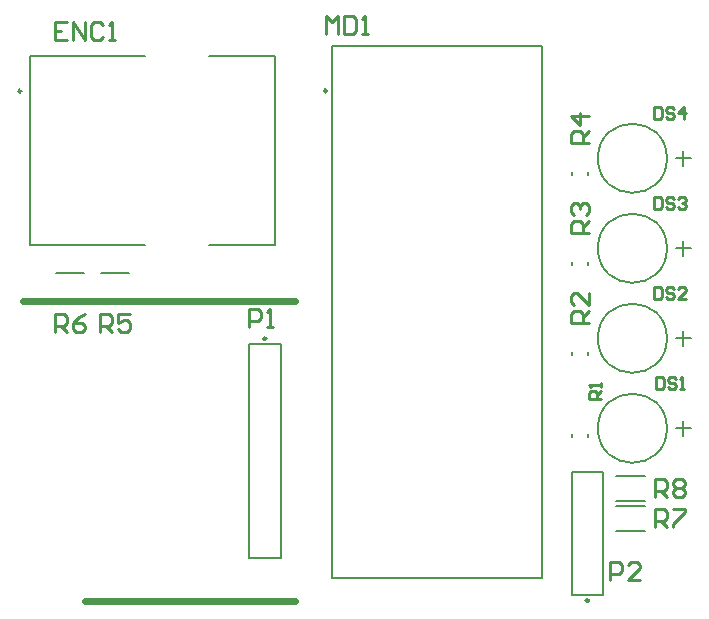
<source format=gto>
G04*
G04 #@! TF.GenerationSoftware,Altium Limited,Altium Designer,24.1.2 (44)*
G04*
G04 Layer_Color=65535*
%FSLAX44Y44*%
%MOMM*%
G71*
G04*
G04 #@! TF.SameCoordinates,531D00EC-4C00-4A94-99CB-661CAA089D98*
G04*
G04*
G04 #@! TF.FilePolarity,Positive*
G04*
G01*
G75*
%ADD10C,0.2500*%
%ADD11C,0.2000*%
%ADD12C,0.5842*%
%ADD13C,0.2540*%
D10*
X9650Y437850D02*
G03*
X9650Y437850I-1250J0D01*
G01*
X490200Y6700D02*
G03*
X490200Y6700I-1250J0D01*
G01*
X217150Y228250D02*
G03*
X217150Y228250I-1250J0D01*
G01*
X268300Y438150D02*
G03*
X268300Y438150I-1250J0D01*
G01*
D11*
X556275Y228600D02*
G03*
X556275Y228600I-29225J0D01*
G01*
Y304800D02*
G03*
X556275Y304800I-29225J0D01*
G01*
Y152400D02*
G03*
X556275Y152400I-29225J0D01*
G01*
Y381000D02*
G03*
X556275Y381000I-29225J0D01*
G01*
X224650Y307350D02*
Y467350D01*
X16650Y307350D02*
X114400D01*
X168900D02*
X224650D01*
X16650D02*
Y467350D01*
X114400D01*
X168900D02*
X224650D01*
X38740Y283800D02*
X62860D01*
X38740Y262300D02*
X62860D01*
X76840D02*
X100960D01*
X76840Y283800D02*
X100960D01*
X502400Y11200D02*
Y115800D01*
X475500Y11200D02*
X502400D01*
X475500D02*
Y115800D01*
X502400D01*
X513569Y86950D02*
X537691D01*
X513569Y65450D02*
X537691D01*
X513569Y112350D02*
X537691D01*
X513569Y90850D02*
X537691D01*
X563880Y228600D02*
X576580D01*
X570230Y222250D02*
Y234950D01*
X563880Y304800D02*
X576580D01*
X570230Y298450D02*
Y311150D01*
X563880Y152400D02*
X576580D01*
X570230Y146050D02*
Y158750D01*
X563880Y381000D02*
X576580D01*
X570230Y374650D02*
Y387350D01*
X489600Y144800D02*
Y147300D01*
X475600Y144800D02*
Y147300D01*
X489600Y214650D02*
Y217150D01*
X475600Y214650D02*
Y217150D01*
X489600Y290850D02*
Y293350D01*
X475600Y290850D02*
Y293350D01*
Y367050D02*
Y369550D01*
X489600Y367050D02*
Y369550D01*
X202450Y42950D02*
Y223750D01*
X229350D01*
Y42950D02*
Y223750D01*
X202450Y42950D02*
X229350D01*
X273050Y25400D02*
Y476250D01*
Y25400D02*
X450850D01*
Y476250D01*
X273050D02*
X450850D01*
D12*
X63500Y6350D02*
X241300D01*
X11430Y260350D02*
X241300D01*
D13*
X48265Y496567D02*
X38108D01*
Y481333D01*
X48265D01*
X38108Y488950D02*
X43187D01*
X53343Y481333D02*
Y496567D01*
X63500Y481333D01*
Y496567D01*
X78735Y494028D02*
X76196Y496567D01*
X71118D01*
X68578Y494028D01*
Y483872D01*
X71118Y481333D01*
X76196D01*
X78735Y483872D01*
X83813Y481333D02*
X88892D01*
X86353D01*
Y496567D01*
X83813Y494028D01*
X38104Y233682D02*
Y248918D01*
X45722D01*
X48261Y246378D01*
Y241300D01*
X45722Y238761D01*
X38104D01*
X43183D02*
X48261Y233682D01*
X63496Y248918D02*
X58418Y246378D01*
X53339Y241300D01*
Y236222D01*
X55878Y233682D01*
X60957D01*
X63496Y236222D01*
Y238761D01*
X60957Y241300D01*
X53339D01*
X76204Y233682D02*
Y248918D01*
X83822D01*
X86361Y246378D01*
Y241300D01*
X83822Y238761D01*
X76204D01*
X81283D02*
X86361Y233682D01*
X101596Y248918D02*
X91439D01*
Y241300D01*
X96517Y243839D01*
X99057D01*
X101596Y241300D01*
Y236222D01*
X99057Y233682D01*
X93978D01*
X91439Y236222D01*
X508004Y24132D02*
Y39367D01*
X515622D01*
X518161Y36828D01*
Y31750D01*
X515622Y29211D01*
X508004D01*
X533396Y24132D02*
X523239D01*
X533396Y34289D01*
Y36828D01*
X530857Y39367D01*
X525778D01*
X523239Y36828D01*
X546104Y68583D02*
Y83818D01*
X553722D01*
X556261Y81278D01*
Y76200D01*
X553722Y73661D01*
X546104D01*
X551183D02*
X556261Y68583D01*
X561339Y83818D02*
X571496D01*
Y81278D01*
X561339Y71122D01*
Y68583D01*
X546104Y93982D02*
Y109218D01*
X553722D01*
X556261Y106678D01*
Y101600D01*
X553722Y99061D01*
X546104D01*
X551183D02*
X556261Y93982D01*
X561339Y106678D02*
X563878Y109218D01*
X568957D01*
X571496Y106678D01*
Y104139D01*
X568957Y101600D01*
X571496Y99061D01*
Y96522D01*
X568957Y93982D01*
X563878D01*
X561339Y96522D01*
Y99061D01*
X563878Y101600D01*
X561339Y104139D01*
Y106678D01*
X563878Y101600D02*
X568957D01*
X545258Y271778D02*
Y261622D01*
X550336D01*
X552029Y263314D01*
Y270086D01*
X550336Y271778D01*
X545258D01*
X562186Y270086D02*
X560493Y271778D01*
X557107D01*
X555414Y270086D01*
Y268393D01*
X557107Y266700D01*
X560493D01*
X562186Y265007D01*
Y263314D01*
X560493Y261622D01*
X557107D01*
X555414Y263314D01*
X572342Y261622D02*
X565571D01*
X572342Y268393D01*
Y270086D01*
X570649Y271778D01*
X567264D01*
X565571Y270086D01*
X545258Y347978D02*
Y337822D01*
X550336D01*
X552029Y339514D01*
Y346286D01*
X550336Y347978D01*
X545258D01*
X562186Y346286D02*
X560493Y347978D01*
X557107D01*
X555414Y346286D01*
Y344593D01*
X557107Y342900D01*
X560493D01*
X562186Y341207D01*
Y339514D01*
X560493Y337822D01*
X557107D01*
X555414Y339514D01*
X565571Y346286D02*
X567264Y347978D01*
X570649D01*
X572342Y346286D01*
Y344593D01*
X570649Y342900D01*
X568957D01*
X570649D01*
X572342Y341207D01*
Y339514D01*
X570649Y337822D01*
X567264D01*
X565571Y339514D01*
X546950Y195578D02*
Y185422D01*
X552029D01*
X553722Y187114D01*
Y193886D01*
X552029Y195578D01*
X546950D01*
X563878Y193886D02*
X562186Y195578D01*
X558800D01*
X557107Y193886D01*
Y192193D01*
X558800Y190500D01*
X562186D01*
X563878Y188807D01*
Y187114D01*
X562186Y185422D01*
X558800D01*
X557107Y187114D01*
X567264Y185422D02*
X570649D01*
X568957D01*
Y195578D01*
X567264Y193886D01*
X545258Y424178D02*
Y414022D01*
X550336D01*
X552029Y415714D01*
Y422486D01*
X550336Y424178D01*
X545258D01*
X562186Y422486D02*
X560493Y424178D01*
X557107D01*
X555414Y422486D01*
Y420793D01*
X557107Y419100D01*
X560493D01*
X562186Y417407D01*
Y415714D01*
X560493Y414022D01*
X557107D01*
X555414Y415714D01*
X570649Y414022D02*
Y424178D01*
X565571Y419100D01*
X572342D01*
X500378Y177379D02*
X490222D01*
Y182457D01*
X491914Y184150D01*
X495300D01*
X496993Y182457D01*
Y177379D01*
Y180764D02*
X500378Y184150D01*
Y187536D02*
Y190921D01*
Y189228D01*
X490222D01*
X491914Y187536D01*
X490218Y241304D02*
X474982D01*
Y248922D01*
X477522Y251461D01*
X482600D01*
X485139Y248922D01*
Y241304D01*
Y246383D02*
X490218Y251461D01*
Y266696D02*
Y256539D01*
X480061Y266696D01*
X477522D01*
X474982Y264157D01*
Y259078D01*
X477522Y256539D01*
X490218Y317504D02*
X474982D01*
Y325122D01*
X477522Y327661D01*
X482600D01*
X485139Y325122D01*
Y317504D01*
Y322583D02*
X490218Y327661D01*
X477522Y332739D02*
X474982Y335278D01*
Y340357D01*
X477522Y342896D01*
X480061D01*
X482600Y340357D01*
Y337817D01*
Y340357D01*
X485139Y342896D01*
X487678D01*
X490218Y340357D01*
Y335278D01*
X487678Y332739D01*
X490218Y393704D02*
X474982D01*
Y401322D01*
X477522Y403861D01*
X482600D01*
X485139Y401322D01*
Y393704D01*
Y398783D02*
X490218Y403861D01*
Y416557D02*
X474982D01*
X482600Y408939D01*
Y419096D01*
X202692Y238252D02*
Y253487D01*
X210310D01*
X212849Y250948D01*
Y245870D01*
X210310Y243330D01*
X202692D01*
X217927Y238252D02*
X223005D01*
X220466D01*
Y253487D01*
X217927Y250948D01*
X267208Y485902D02*
Y501137D01*
X272286Y496059D01*
X277365Y501137D01*
Y485902D01*
X282443Y501137D02*
Y485902D01*
X290061D01*
X292600Y488441D01*
Y498598D01*
X290061Y501137D01*
X282443D01*
X297678Y485902D02*
X302757D01*
X300217D01*
Y501137D01*
X297678Y498598D01*
M02*

</source>
